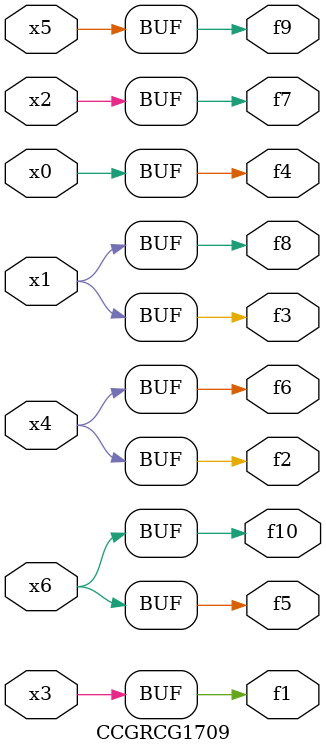
<source format=v>
module CCGRCG1709(
	input x0, x1, x2, x3, x4, x5, x6,
	output f1, f2, f3, f4, f5, f6, f7, f8, f9, f10
);
	assign f1 = x3;
	assign f2 = x4;
	assign f3 = x1;
	assign f4 = x0;
	assign f5 = x6;
	assign f6 = x4;
	assign f7 = x2;
	assign f8 = x1;
	assign f9 = x5;
	assign f10 = x6;
endmodule

</source>
